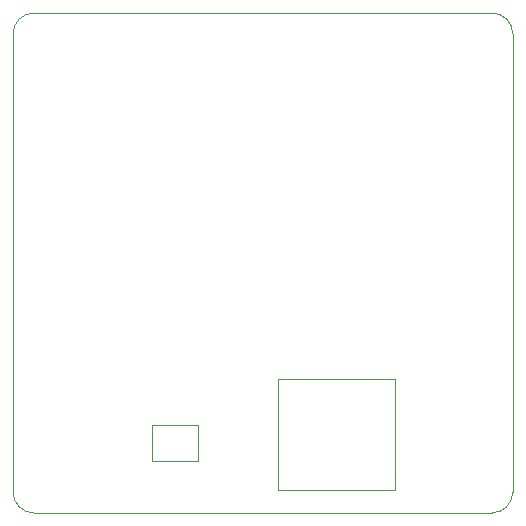
<source format=gm1>
G04*
G04 #@! TF.GenerationSoftware,Altium Limited,CircuitMaker,2.0.3 (51)*
G04*
G04 Layer_Color=16740166*
%FSLAX24Y24*%
%MOIN*%
G70*
G04*
G04 #@! TF.SameCoordinates,C005A906-C81D-4AB5-B832-F2193FDFF32C*
G04*
G04*
G04 #@! TF.FilePolarity,Positive*
G04*
G01*
G75*
%ADD13C,0.0039*%
%ADD90C,0.0020*%
%ADD91C,0.0020*%
D13*
X9843Y10532D02*
G03*
X10532Y9843I689J0D01*
G01*
X25807Y9843D02*
G03*
X26496Y10532I0J689D01*
G01*
X26496Y25817D02*
G03*
X25807Y26506I-689J0D01*
G01*
X10532Y26506D02*
G03*
X9843Y25817I0J-689D01*
G01*
X10787Y9843D02*
X25807D01*
X10532D02*
X10787D01*
X9843Y10482D02*
Y25817D01*
X26496Y10532D02*
Y25817D01*
X10482Y26506D02*
X25807D01*
D90*
X14468Y11575D02*
Y12756D01*
X16004D01*
Y11575D02*
Y12756D01*
X14468Y11575D02*
X16004D01*
D91*
X22571Y10604D02*
Y14306D01*
X18667Y10604D02*
X22571D01*
X18667D02*
Y14306D01*
X22571D01*
M02*

</source>
